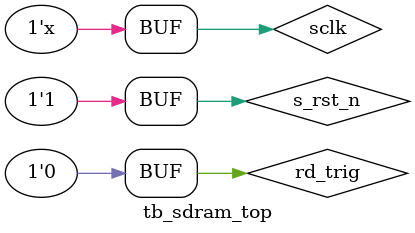
<source format=v>
`timescale      1ns/1ns

module  tb_sdram_top;

reg             sclk;
reg             s_rst_n;

//----------------------------------------------------------
wire            sdram_clk;
wire            sdram_cke;
wire            sdram_cs_n;
wire            sdram_cas_n;
wire            sdram_ras_n;
wire            sdram_we_n;
wire    [ 1:0]  sdram_bank;
wire    [12:0]  sdram_addr;
wire    [ 1:0]  sdram_dqm;
wire    [15:0]  sdram_dq;

reg wr_trig;
reg rd_trig;


//----------------------------------------------------------

initial begin
        sclk    =       1;
        s_rst_n <=      0;
        rd_trig <= 0;
        #100
        s_rst_n <=      1;
        #210000;
        rd_trig = 1;
        #10;
        rd_trig = 0;
        #5_000_000;
        rd_trig = 1;
        #10;
        rd_trig = 0;
end

always  #5     sclk    =       ~sclk;

defparam        sdram_model_plus_inst.addr_bits =       13;
defparam        sdram_model_plus_inst.data_bits =       16;
defparam        sdram_model_plus_inst.col_bits  =       9;
defparam        sdram_model_plus_inst.mem_sizes =       2*1024*1024;            // 2M



sdram_top	sdram_top_inst(
        // system signals
        .sclk                   (sclk                   ),
        .s_rst_n                (s_rst_n                ),
        // SDRAM Interfaces
        .sdram_clk              (sdram_clk              ),
        .sdram_cke              (sdram_cke              ),
        .sdram_cs_n             (sdram_cs_n             ),
        .sdram_cas_n            (sdram_cas_n            ),
        .sdram_ras_n            (sdram_ras_n            ),
        .sdram_we_n             (sdram_we_n             ),
        .sdram_bank             (sdram_bank             ),
        .sdram_addr             (sdram_addr             ),
        .sdram_dqm              (sdram_dqm              ),
        .sdram_dq               (sdram_dq               ),
        // Others
        .wr_trig                (1'b0                       ),
        .rd_trig                (rd_trig                    ),
        // FIFO Signals
        .wfifo_rd_en            (                       ),
        .wfifo_rd_data          (                       ),
        .rfifo_wr_data          (                       ),
        .rfifo_wr_en            (                       ) 
);


sdram_model_plus sdram_model_plus_inst(
        .Dq                     (sdram_dq               ), 
        .Addr                   (sdram_addr             ), 
        .Ba                     (sdram_bank             ), 
        .Clk                    (sdram_clk              ), 
        .Cke                    (sdram_cke              ), 
        .Cs_n                   (sdram_cs_n             ), 
        .Ras_n                  (sdram_ras_n            ), 
        .Cas_n                  (sdram_cas_n            ), 
        .We_n                   (sdram_we_n             ), 
        .Dqm                    (sdram_dqm              ),
        .Debug                  (1'b1                   )
);


endmodule

</source>
